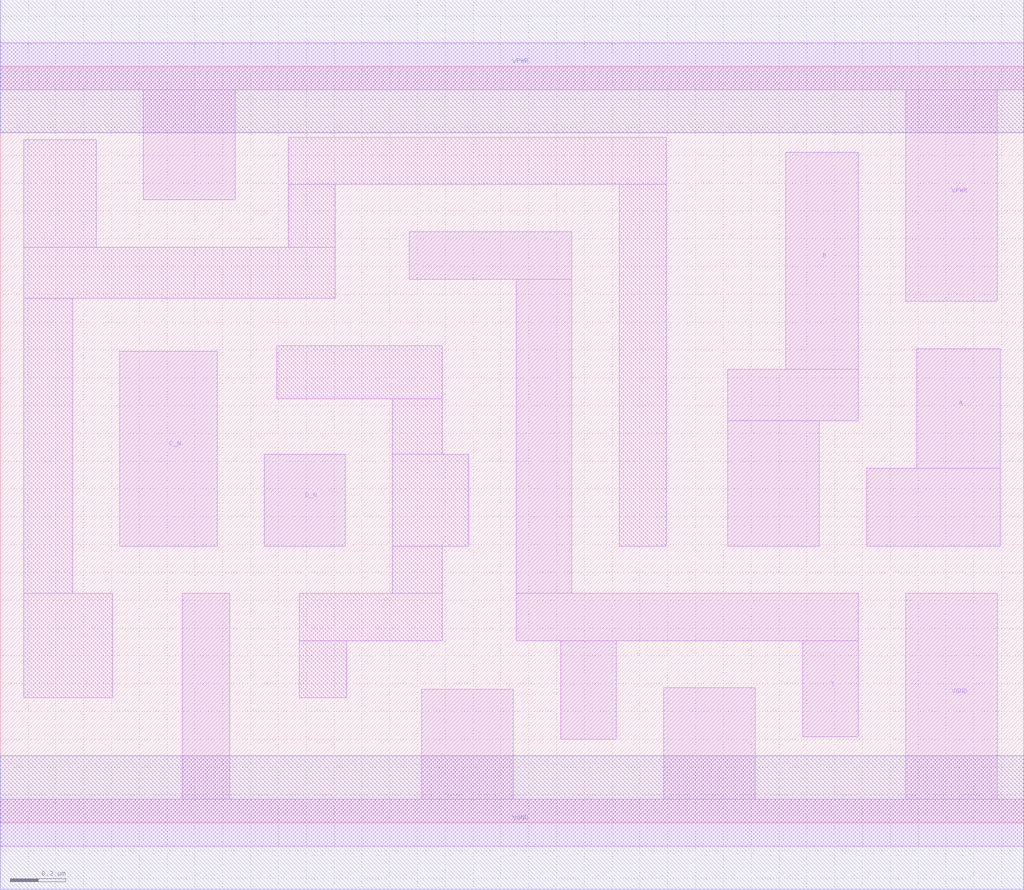
<source format=lef>
# Copyright 2020 The SkyWater PDK Authors
#
# Licensed under the Apache License, Version 2.0 (the "License");
# you may not use this file except in compliance with the License.
# You may obtain a copy of the License at
#
#     https://www.apache.org/licenses/LICENSE-2.0
#
# Unless required by applicable law or agreed to in writing, software
# distributed under the License is distributed on an "AS IS" BASIS,
# WITHOUT WARRANTIES OR CONDITIONS OF ANY KIND, either express or implied.
# See the License for the specific language governing permissions and
# limitations under the License.
#
# SPDX-License-Identifier: Apache-2.0

VERSION 5.5 ;
NAMESCASESENSITIVE ON ;
BUSBITCHARS "[]" ;
DIVIDERCHAR "/" ;
MACRO sky130_fd_sc_hd__nor4bb_1
  CLASS CORE ;
  SOURCE USER ;
  ORIGIN  0.000000  0.000000 ;
  SIZE  3.680000 BY  2.720000 ;
  SYMMETRY X Y R90 ;
  SITE unithd ;
  PIN A
    ANTENNAGATEAREA  0.247500 ;
    DIRECTION INPUT ;
    USE SIGNAL ;
    PORT
      LAYER li1 ;
        RECT 3.115000 0.995000 3.595000 1.275000 ;
        RECT 3.295000 1.275000 3.595000 1.705000 ;
    END
  END A
  PIN B
    ANTENNAGATEAREA  0.247500 ;
    DIRECTION INPUT ;
    USE SIGNAL ;
    PORT
      LAYER li1 ;
        RECT 2.615000 0.995000 2.945000 1.445000 ;
        RECT 2.615000 1.445000 3.085000 1.630000 ;
        RECT 2.825000 1.630000 3.085000 2.410000 ;
    END
  END B
  PIN C_N
    ANTENNAGATEAREA  0.126000 ;
    DIRECTION INPUT ;
    USE SIGNAL ;
    PORT
      LAYER li1 ;
        RECT 0.430000 0.995000 0.780000 1.695000 ;
    END
  END C_N
  PIN D_N
    ANTENNAGATEAREA  0.126000 ;
    DIRECTION INPUT ;
    USE SIGNAL ;
    PORT
      LAYER li1 ;
        RECT 0.950000 0.995000 1.240000 1.325000 ;
    END
  END D_N
  PIN Y
    ANTENNADIFFAREA  0.606900 ;
    DIRECTION OUTPUT ;
    USE SIGNAL ;
    PORT
      LAYER li1 ;
        RECT 1.470000 1.955000 2.055000 2.125000 ;
        RECT 1.855000 0.655000 3.085000 0.825000 ;
        RECT 1.855000 0.825000 2.055000 1.955000 ;
        RECT 2.015000 0.300000 2.215000 0.655000 ;
        RECT 2.885000 0.310000 3.085000 0.655000 ;
    END
  END Y
  PIN VGND
    DIRECTION INOUT ;
    SHAPE ABUTMENT ;
    USE GROUND ;
    PORT
      LAYER li1 ;
        RECT 0.000000 -0.085000 3.680000 0.085000 ;
        RECT 0.655000  0.085000 0.825000 0.825000 ;
        RECT 1.515000  0.085000 1.845000 0.480000 ;
        RECT 2.385000  0.085000 2.715000 0.485000 ;
        RECT 3.255000  0.085000 3.585000 0.825000 ;
    END
    PORT
      LAYER met1 ;
        RECT 0.000000 -0.240000 3.680000 0.240000 ;
    END
  END VGND
  PIN VPWR
    DIRECTION INOUT ;
    SHAPE ABUTMENT ;
    USE POWER ;
    PORT
      LAYER li1 ;
        RECT 0.000000 2.635000 3.680000 2.805000 ;
        RECT 0.515000 2.240000 0.845000 2.635000 ;
        RECT 3.255000 1.875000 3.585000 2.635000 ;
    END
    PORT
      LAYER met1 ;
        RECT 0.000000 2.480000 3.680000 2.960000 ;
    END
  END VPWR
  OBS
    LAYER li1 ;
      RECT 0.085000 0.450000 0.405000 0.825000 ;
      RECT 0.085000 0.825000 0.260000 1.885000 ;
      RECT 0.085000 1.885000 1.205000 2.070000 ;
      RECT 0.085000 2.070000 0.345000 2.455000 ;
      RECT 0.995000 1.525000 1.590000 1.715000 ;
      RECT 1.035000 2.070000 1.205000 2.295000 ;
      RECT 1.035000 2.295000 2.395000 2.465000 ;
      RECT 1.075000 0.450000 1.245000 0.655000 ;
      RECT 1.075000 0.655000 1.590000 0.825000 ;
      RECT 1.410000 0.825000 1.590000 0.995000 ;
      RECT 1.410000 0.995000 1.685000 1.325000 ;
      RECT 1.410000 1.325000 1.590000 1.525000 ;
      RECT 2.225000 0.995000 2.395000 2.295000 ;
  END
END sky130_fd_sc_hd__nor4bb_1

</source>
